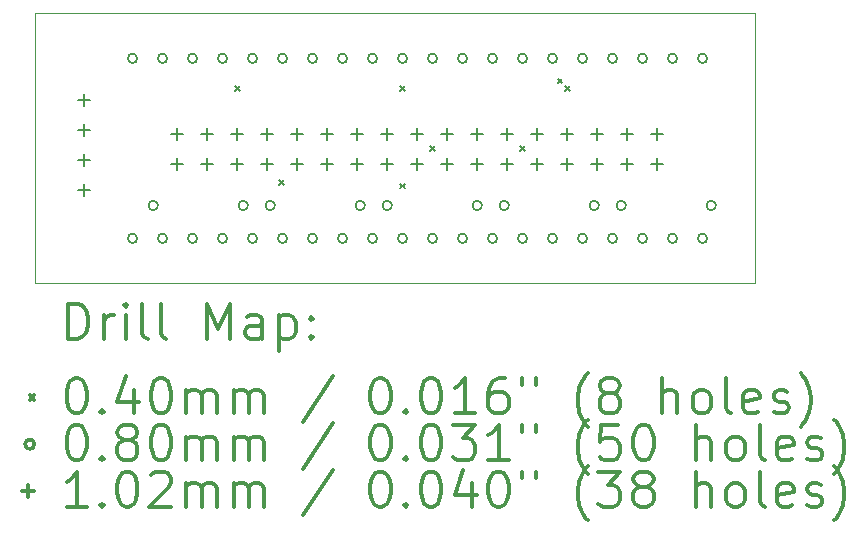
<source format=gbr>
%FSLAX45Y45*%
G04 Gerber Fmt 4.5, Leading zero omitted, Abs format (unit mm)*
G04 Created by KiCad (PCBNEW (5.1.6-0-10_14)) date 2021-01-24 10:59:00*
%MOMM*%
%LPD*%
G01*
G04 APERTURE LIST*
%TA.AperFunction,Profile*%
%ADD10C,0.100000*%
%TD*%
%ADD11C,0.200000*%
%ADD12C,0.300000*%
G04 APERTURE END LIST*
D10*
X17780000Y-9398000D02*
X11684000Y-9398000D01*
X17780000Y-11684000D02*
X17780000Y-9398000D01*
X11684000Y-11684000D02*
X17780000Y-11684000D01*
X11684000Y-9398000D02*
X11684000Y-11684000D01*
D11*
X13378500Y-10013000D02*
X13418500Y-10053000D01*
X13418500Y-10013000D02*
X13378500Y-10053000D01*
X13751880Y-10810560D02*
X13791880Y-10850560D01*
X13791880Y-10810560D02*
X13751880Y-10850560D01*
X14775500Y-10013000D02*
X14815500Y-10053000D01*
X14815500Y-10013000D02*
X14775500Y-10053000D01*
X14775500Y-10838500D02*
X14815500Y-10878500D01*
X14815500Y-10838500D02*
X14775500Y-10878500D01*
X15029500Y-10521000D02*
X15069500Y-10561000D01*
X15069500Y-10521000D02*
X15029500Y-10561000D01*
X15791500Y-10521000D02*
X15831500Y-10561000D01*
X15831500Y-10521000D02*
X15791500Y-10561000D01*
X16109000Y-9949500D02*
X16149000Y-9989500D01*
X16149000Y-9949500D02*
X16109000Y-9989500D01*
X16172500Y-10013000D02*
X16212500Y-10053000D01*
X16212500Y-10013000D02*
X16172500Y-10053000D01*
X12724760Y-11023600D02*
G75*
G03*
X12724760Y-11023600I-40000J0D01*
G01*
X13486760Y-11023600D02*
G75*
G03*
X13486760Y-11023600I-40000J0D01*
G01*
X16687160Y-11023600D02*
G75*
G03*
X16687160Y-11023600I-40000J0D01*
G01*
X17449160Y-11023600D02*
G75*
G03*
X17449160Y-11023600I-40000J0D01*
G01*
X15696560Y-11023600D02*
G75*
G03*
X15696560Y-11023600I-40000J0D01*
G01*
X16458560Y-11023600D02*
G75*
G03*
X16458560Y-11023600I-40000J0D01*
G01*
X13715360Y-11023600D02*
G75*
G03*
X13715360Y-11023600I-40000J0D01*
G01*
X14477360Y-11023600D02*
G75*
G03*
X14477360Y-11023600I-40000J0D01*
G01*
X14705960Y-11023600D02*
G75*
G03*
X14705960Y-11023600I-40000J0D01*
G01*
X15467960Y-11023600D02*
G75*
G03*
X15467960Y-11023600I-40000J0D01*
G01*
X12549500Y-9779000D02*
G75*
G03*
X12549500Y-9779000I-40000J0D01*
G01*
X12549500Y-11303000D02*
G75*
G03*
X12549500Y-11303000I-40000J0D01*
G01*
X12803500Y-9779000D02*
G75*
G03*
X12803500Y-9779000I-40000J0D01*
G01*
X12803500Y-11303000D02*
G75*
G03*
X12803500Y-11303000I-40000J0D01*
G01*
X13057500Y-9779000D02*
G75*
G03*
X13057500Y-9779000I-40000J0D01*
G01*
X13057500Y-11303000D02*
G75*
G03*
X13057500Y-11303000I-40000J0D01*
G01*
X13311500Y-9779000D02*
G75*
G03*
X13311500Y-9779000I-40000J0D01*
G01*
X13311500Y-11303000D02*
G75*
G03*
X13311500Y-11303000I-40000J0D01*
G01*
X13565500Y-9779000D02*
G75*
G03*
X13565500Y-9779000I-40000J0D01*
G01*
X13565500Y-11303000D02*
G75*
G03*
X13565500Y-11303000I-40000J0D01*
G01*
X13819500Y-9779000D02*
G75*
G03*
X13819500Y-9779000I-40000J0D01*
G01*
X13819500Y-11303000D02*
G75*
G03*
X13819500Y-11303000I-40000J0D01*
G01*
X14073500Y-9779000D02*
G75*
G03*
X14073500Y-9779000I-40000J0D01*
G01*
X14073500Y-11303000D02*
G75*
G03*
X14073500Y-11303000I-40000J0D01*
G01*
X14327500Y-9779000D02*
G75*
G03*
X14327500Y-9779000I-40000J0D01*
G01*
X14327500Y-11303000D02*
G75*
G03*
X14327500Y-11303000I-40000J0D01*
G01*
X14581500Y-9779000D02*
G75*
G03*
X14581500Y-9779000I-40000J0D01*
G01*
X14581500Y-11303000D02*
G75*
G03*
X14581500Y-11303000I-40000J0D01*
G01*
X14835500Y-9779000D02*
G75*
G03*
X14835500Y-9779000I-40000J0D01*
G01*
X14835500Y-11303000D02*
G75*
G03*
X14835500Y-11303000I-40000J0D01*
G01*
X15089500Y-9779000D02*
G75*
G03*
X15089500Y-9779000I-40000J0D01*
G01*
X15089500Y-11303000D02*
G75*
G03*
X15089500Y-11303000I-40000J0D01*
G01*
X15343500Y-9779000D02*
G75*
G03*
X15343500Y-9779000I-40000J0D01*
G01*
X15343500Y-11303000D02*
G75*
G03*
X15343500Y-11303000I-40000J0D01*
G01*
X15597500Y-9779000D02*
G75*
G03*
X15597500Y-9779000I-40000J0D01*
G01*
X15597500Y-11303000D02*
G75*
G03*
X15597500Y-11303000I-40000J0D01*
G01*
X15851500Y-9779000D02*
G75*
G03*
X15851500Y-9779000I-40000J0D01*
G01*
X15851500Y-11303000D02*
G75*
G03*
X15851500Y-11303000I-40000J0D01*
G01*
X16105500Y-9779000D02*
G75*
G03*
X16105500Y-9779000I-40000J0D01*
G01*
X16105500Y-11303000D02*
G75*
G03*
X16105500Y-11303000I-40000J0D01*
G01*
X16359500Y-9779000D02*
G75*
G03*
X16359500Y-9779000I-40000J0D01*
G01*
X16359500Y-11303000D02*
G75*
G03*
X16359500Y-11303000I-40000J0D01*
G01*
X16613500Y-9779000D02*
G75*
G03*
X16613500Y-9779000I-40000J0D01*
G01*
X16613500Y-11303000D02*
G75*
G03*
X16613500Y-11303000I-40000J0D01*
G01*
X16867500Y-9779000D02*
G75*
G03*
X16867500Y-9779000I-40000J0D01*
G01*
X16867500Y-11303000D02*
G75*
G03*
X16867500Y-11303000I-40000J0D01*
G01*
X17121500Y-9779000D02*
G75*
G03*
X17121500Y-9779000I-40000J0D01*
G01*
X17121500Y-11303000D02*
G75*
G03*
X17121500Y-11303000I-40000J0D01*
G01*
X17375500Y-9779000D02*
G75*
G03*
X17375500Y-9779000I-40000J0D01*
G01*
X17375500Y-11303000D02*
G75*
G03*
X17375500Y-11303000I-40000J0D01*
G01*
X12096750Y-10077450D02*
X12096750Y-10179050D01*
X12045950Y-10128250D02*
X12147550Y-10128250D01*
X12096750Y-10331450D02*
X12096750Y-10433050D01*
X12045950Y-10382250D02*
X12147550Y-10382250D01*
X12096750Y-10585450D02*
X12096750Y-10687050D01*
X12045950Y-10636250D02*
X12147550Y-10636250D01*
X12096750Y-10839450D02*
X12096750Y-10941050D01*
X12045950Y-10890250D02*
X12147550Y-10890250D01*
X12887400Y-10364484D02*
X12887400Y-10466084D01*
X12836600Y-10415284D02*
X12938200Y-10415284D01*
X12887400Y-10618484D02*
X12887400Y-10720084D01*
X12836600Y-10669284D02*
X12938200Y-10669284D01*
X13141400Y-10364484D02*
X13141400Y-10466084D01*
X13090600Y-10415284D02*
X13192200Y-10415284D01*
X13141400Y-10618484D02*
X13141400Y-10720084D01*
X13090600Y-10669284D02*
X13192200Y-10669284D01*
X13395400Y-10364484D02*
X13395400Y-10466084D01*
X13344600Y-10415284D02*
X13446200Y-10415284D01*
X13395400Y-10618484D02*
X13395400Y-10720084D01*
X13344600Y-10669284D02*
X13446200Y-10669284D01*
X13649400Y-10364484D02*
X13649400Y-10466084D01*
X13598600Y-10415284D02*
X13700200Y-10415284D01*
X13649400Y-10618484D02*
X13649400Y-10720084D01*
X13598600Y-10669284D02*
X13700200Y-10669284D01*
X13903400Y-10364484D02*
X13903400Y-10466084D01*
X13852600Y-10415284D02*
X13954200Y-10415284D01*
X13903400Y-10618484D02*
X13903400Y-10720084D01*
X13852600Y-10669284D02*
X13954200Y-10669284D01*
X14157400Y-10364484D02*
X14157400Y-10466084D01*
X14106600Y-10415284D02*
X14208200Y-10415284D01*
X14157400Y-10618484D02*
X14157400Y-10720084D01*
X14106600Y-10669284D02*
X14208200Y-10669284D01*
X14411400Y-10364484D02*
X14411400Y-10466084D01*
X14360600Y-10415284D02*
X14462200Y-10415284D01*
X14411400Y-10618484D02*
X14411400Y-10720084D01*
X14360600Y-10669284D02*
X14462200Y-10669284D01*
X14665400Y-10364484D02*
X14665400Y-10466084D01*
X14614600Y-10415284D02*
X14716200Y-10415284D01*
X14665400Y-10618484D02*
X14665400Y-10720084D01*
X14614600Y-10669284D02*
X14716200Y-10669284D01*
X14919400Y-10364484D02*
X14919400Y-10466084D01*
X14868600Y-10415284D02*
X14970200Y-10415284D01*
X14919400Y-10618484D02*
X14919400Y-10720084D01*
X14868600Y-10669284D02*
X14970200Y-10669284D01*
X15173400Y-10364484D02*
X15173400Y-10466084D01*
X15122600Y-10415284D02*
X15224200Y-10415284D01*
X15173400Y-10618484D02*
X15173400Y-10720084D01*
X15122600Y-10669284D02*
X15224200Y-10669284D01*
X15427400Y-10364484D02*
X15427400Y-10466084D01*
X15376600Y-10415284D02*
X15478200Y-10415284D01*
X15427400Y-10618484D02*
X15427400Y-10720084D01*
X15376600Y-10669284D02*
X15478200Y-10669284D01*
X15681400Y-10364484D02*
X15681400Y-10466084D01*
X15630600Y-10415284D02*
X15732200Y-10415284D01*
X15681400Y-10618484D02*
X15681400Y-10720084D01*
X15630600Y-10669284D02*
X15732200Y-10669284D01*
X15935400Y-10364484D02*
X15935400Y-10466084D01*
X15884600Y-10415284D02*
X15986200Y-10415284D01*
X15935400Y-10618484D02*
X15935400Y-10720084D01*
X15884600Y-10669284D02*
X15986200Y-10669284D01*
X16189400Y-10364484D02*
X16189400Y-10466084D01*
X16138600Y-10415284D02*
X16240200Y-10415284D01*
X16189400Y-10618484D02*
X16189400Y-10720084D01*
X16138600Y-10669284D02*
X16240200Y-10669284D01*
X16443400Y-10364484D02*
X16443400Y-10466084D01*
X16392600Y-10415284D02*
X16494200Y-10415284D01*
X16443400Y-10618484D02*
X16443400Y-10720084D01*
X16392600Y-10669284D02*
X16494200Y-10669284D01*
X16697400Y-10364484D02*
X16697400Y-10466084D01*
X16646600Y-10415284D02*
X16748200Y-10415284D01*
X16697400Y-10618484D02*
X16697400Y-10720084D01*
X16646600Y-10669284D02*
X16748200Y-10669284D01*
X16951400Y-10364484D02*
X16951400Y-10466084D01*
X16900600Y-10415284D02*
X17002200Y-10415284D01*
X16951400Y-10618484D02*
X16951400Y-10720084D01*
X16900600Y-10669284D02*
X17002200Y-10669284D01*
D12*
X11965428Y-12154714D02*
X11965428Y-11854714D01*
X12036857Y-11854714D01*
X12079714Y-11869000D01*
X12108286Y-11897571D01*
X12122571Y-11926143D01*
X12136857Y-11983286D01*
X12136857Y-12026143D01*
X12122571Y-12083286D01*
X12108286Y-12111857D01*
X12079714Y-12140429D01*
X12036857Y-12154714D01*
X11965428Y-12154714D01*
X12265428Y-12154714D02*
X12265428Y-11954714D01*
X12265428Y-12011857D02*
X12279714Y-11983286D01*
X12294000Y-11969000D01*
X12322571Y-11954714D01*
X12351143Y-11954714D01*
X12451143Y-12154714D02*
X12451143Y-11954714D01*
X12451143Y-11854714D02*
X12436857Y-11869000D01*
X12451143Y-11883286D01*
X12465428Y-11869000D01*
X12451143Y-11854714D01*
X12451143Y-11883286D01*
X12636857Y-12154714D02*
X12608286Y-12140429D01*
X12594000Y-12111857D01*
X12594000Y-11854714D01*
X12794000Y-12154714D02*
X12765428Y-12140429D01*
X12751143Y-12111857D01*
X12751143Y-11854714D01*
X13136857Y-12154714D02*
X13136857Y-11854714D01*
X13236857Y-12069000D01*
X13336857Y-11854714D01*
X13336857Y-12154714D01*
X13608286Y-12154714D02*
X13608286Y-11997571D01*
X13594000Y-11969000D01*
X13565428Y-11954714D01*
X13508286Y-11954714D01*
X13479714Y-11969000D01*
X13608286Y-12140429D02*
X13579714Y-12154714D01*
X13508286Y-12154714D01*
X13479714Y-12140429D01*
X13465428Y-12111857D01*
X13465428Y-12083286D01*
X13479714Y-12054714D01*
X13508286Y-12040429D01*
X13579714Y-12040429D01*
X13608286Y-12026143D01*
X13751143Y-11954714D02*
X13751143Y-12254714D01*
X13751143Y-11969000D02*
X13779714Y-11954714D01*
X13836857Y-11954714D01*
X13865428Y-11969000D01*
X13879714Y-11983286D01*
X13894000Y-12011857D01*
X13894000Y-12097571D01*
X13879714Y-12126143D01*
X13865428Y-12140429D01*
X13836857Y-12154714D01*
X13779714Y-12154714D01*
X13751143Y-12140429D01*
X14022571Y-12126143D02*
X14036857Y-12140429D01*
X14022571Y-12154714D01*
X14008286Y-12140429D01*
X14022571Y-12126143D01*
X14022571Y-12154714D01*
X14022571Y-11969000D02*
X14036857Y-11983286D01*
X14022571Y-11997571D01*
X14008286Y-11983286D01*
X14022571Y-11969000D01*
X14022571Y-11997571D01*
X11639000Y-12629000D02*
X11679000Y-12669000D01*
X11679000Y-12629000D02*
X11639000Y-12669000D01*
X12022571Y-12484714D02*
X12051143Y-12484714D01*
X12079714Y-12499000D01*
X12094000Y-12513286D01*
X12108286Y-12541857D01*
X12122571Y-12599000D01*
X12122571Y-12670429D01*
X12108286Y-12727571D01*
X12094000Y-12756143D01*
X12079714Y-12770429D01*
X12051143Y-12784714D01*
X12022571Y-12784714D01*
X11994000Y-12770429D01*
X11979714Y-12756143D01*
X11965428Y-12727571D01*
X11951143Y-12670429D01*
X11951143Y-12599000D01*
X11965428Y-12541857D01*
X11979714Y-12513286D01*
X11994000Y-12499000D01*
X12022571Y-12484714D01*
X12251143Y-12756143D02*
X12265428Y-12770429D01*
X12251143Y-12784714D01*
X12236857Y-12770429D01*
X12251143Y-12756143D01*
X12251143Y-12784714D01*
X12522571Y-12584714D02*
X12522571Y-12784714D01*
X12451143Y-12470429D02*
X12379714Y-12684714D01*
X12565428Y-12684714D01*
X12736857Y-12484714D02*
X12765428Y-12484714D01*
X12794000Y-12499000D01*
X12808286Y-12513286D01*
X12822571Y-12541857D01*
X12836857Y-12599000D01*
X12836857Y-12670429D01*
X12822571Y-12727571D01*
X12808286Y-12756143D01*
X12794000Y-12770429D01*
X12765428Y-12784714D01*
X12736857Y-12784714D01*
X12708286Y-12770429D01*
X12694000Y-12756143D01*
X12679714Y-12727571D01*
X12665428Y-12670429D01*
X12665428Y-12599000D01*
X12679714Y-12541857D01*
X12694000Y-12513286D01*
X12708286Y-12499000D01*
X12736857Y-12484714D01*
X12965428Y-12784714D02*
X12965428Y-12584714D01*
X12965428Y-12613286D02*
X12979714Y-12599000D01*
X13008286Y-12584714D01*
X13051143Y-12584714D01*
X13079714Y-12599000D01*
X13094000Y-12627571D01*
X13094000Y-12784714D01*
X13094000Y-12627571D02*
X13108286Y-12599000D01*
X13136857Y-12584714D01*
X13179714Y-12584714D01*
X13208286Y-12599000D01*
X13222571Y-12627571D01*
X13222571Y-12784714D01*
X13365428Y-12784714D02*
X13365428Y-12584714D01*
X13365428Y-12613286D02*
X13379714Y-12599000D01*
X13408286Y-12584714D01*
X13451143Y-12584714D01*
X13479714Y-12599000D01*
X13494000Y-12627571D01*
X13494000Y-12784714D01*
X13494000Y-12627571D02*
X13508286Y-12599000D01*
X13536857Y-12584714D01*
X13579714Y-12584714D01*
X13608286Y-12599000D01*
X13622571Y-12627571D01*
X13622571Y-12784714D01*
X14208286Y-12470429D02*
X13951143Y-12856143D01*
X14594000Y-12484714D02*
X14622571Y-12484714D01*
X14651143Y-12499000D01*
X14665428Y-12513286D01*
X14679714Y-12541857D01*
X14694000Y-12599000D01*
X14694000Y-12670429D01*
X14679714Y-12727571D01*
X14665428Y-12756143D01*
X14651143Y-12770429D01*
X14622571Y-12784714D01*
X14594000Y-12784714D01*
X14565428Y-12770429D01*
X14551143Y-12756143D01*
X14536857Y-12727571D01*
X14522571Y-12670429D01*
X14522571Y-12599000D01*
X14536857Y-12541857D01*
X14551143Y-12513286D01*
X14565428Y-12499000D01*
X14594000Y-12484714D01*
X14822571Y-12756143D02*
X14836857Y-12770429D01*
X14822571Y-12784714D01*
X14808286Y-12770429D01*
X14822571Y-12756143D01*
X14822571Y-12784714D01*
X15022571Y-12484714D02*
X15051143Y-12484714D01*
X15079714Y-12499000D01*
X15094000Y-12513286D01*
X15108286Y-12541857D01*
X15122571Y-12599000D01*
X15122571Y-12670429D01*
X15108286Y-12727571D01*
X15094000Y-12756143D01*
X15079714Y-12770429D01*
X15051143Y-12784714D01*
X15022571Y-12784714D01*
X14994000Y-12770429D01*
X14979714Y-12756143D01*
X14965428Y-12727571D01*
X14951143Y-12670429D01*
X14951143Y-12599000D01*
X14965428Y-12541857D01*
X14979714Y-12513286D01*
X14994000Y-12499000D01*
X15022571Y-12484714D01*
X15408286Y-12784714D02*
X15236857Y-12784714D01*
X15322571Y-12784714D02*
X15322571Y-12484714D01*
X15294000Y-12527571D01*
X15265428Y-12556143D01*
X15236857Y-12570429D01*
X15665428Y-12484714D02*
X15608286Y-12484714D01*
X15579714Y-12499000D01*
X15565428Y-12513286D01*
X15536857Y-12556143D01*
X15522571Y-12613286D01*
X15522571Y-12727571D01*
X15536857Y-12756143D01*
X15551143Y-12770429D01*
X15579714Y-12784714D01*
X15636857Y-12784714D01*
X15665428Y-12770429D01*
X15679714Y-12756143D01*
X15694000Y-12727571D01*
X15694000Y-12656143D01*
X15679714Y-12627571D01*
X15665428Y-12613286D01*
X15636857Y-12599000D01*
X15579714Y-12599000D01*
X15551143Y-12613286D01*
X15536857Y-12627571D01*
X15522571Y-12656143D01*
X15808286Y-12484714D02*
X15808286Y-12541857D01*
X15922571Y-12484714D02*
X15922571Y-12541857D01*
X16365428Y-12899000D02*
X16351143Y-12884714D01*
X16322571Y-12841857D01*
X16308286Y-12813286D01*
X16294000Y-12770429D01*
X16279714Y-12699000D01*
X16279714Y-12641857D01*
X16294000Y-12570429D01*
X16308286Y-12527571D01*
X16322571Y-12499000D01*
X16351143Y-12456143D01*
X16365428Y-12441857D01*
X16522571Y-12613286D02*
X16494000Y-12599000D01*
X16479714Y-12584714D01*
X16465428Y-12556143D01*
X16465428Y-12541857D01*
X16479714Y-12513286D01*
X16494000Y-12499000D01*
X16522571Y-12484714D01*
X16579714Y-12484714D01*
X16608286Y-12499000D01*
X16622571Y-12513286D01*
X16636857Y-12541857D01*
X16636857Y-12556143D01*
X16622571Y-12584714D01*
X16608286Y-12599000D01*
X16579714Y-12613286D01*
X16522571Y-12613286D01*
X16494000Y-12627571D01*
X16479714Y-12641857D01*
X16465428Y-12670429D01*
X16465428Y-12727571D01*
X16479714Y-12756143D01*
X16494000Y-12770429D01*
X16522571Y-12784714D01*
X16579714Y-12784714D01*
X16608286Y-12770429D01*
X16622571Y-12756143D01*
X16636857Y-12727571D01*
X16636857Y-12670429D01*
X16622571Y-12641857D01*
X16608286Y-12627571D01*
X16579714Y-12613286D01*
X16994000Y-12784714D02*
X16994000Y-12484714D01*
X17122571Y-12784714D02*
X17122571Y-12627571D01*
X17108286Y-12599000D01*
X17079714Y-12584714D01*
X17036857Y-12584714D01*
X17008286Y-12599000D01*
X16994000Y-12613286D01*
X17308286Y-12784714D02*
X17279714Y-12770429D01*
X17265428Y-12756143D01*
X17251143Y-12727571D01*
X17251143Y-12641857D01*
X17265428Y-12613286D01*
X17279714Y-12599000D01*
X17308286Y-12584714D01*
X17351143Y-12584714D01*
X17379714Y-12599000D01*
X17394000Y-12613286D01*
X17408286Y-12641857D01*
X17408286Y-12727571D01*
X17394000Y-12756143D01*
X17379714Y-12770429D01*
X17351143Y-12784714D01*
X17308286Y-12784714D01*
X17579714Y-12784714D02*
X17551143Y-12770429D01*
X17536857Y-12741857D01*
X17536857Y-12484714D01*
X17808286Y-12770429D02*
X17779714Y-12784714D01*
X17722571Y-12784714D01*
X17694000Y-12770429D01*
X17679714Y-12741857D01*
X17679714Y-12627571D01*
X17694000Y-12599000D01*
X17722571Y-12584714D01*
X17779714Y-12584714D01*
X17808286Y-12599000D01*
X17822571Y-12627571D01*
X17822571Y-12656143D01*
X17679714Y-12684714D01*
X17936857Y-12770429D02*
X17965428Y-12784714D01*
X18022571Y-12784714D01*
X18051143Y-12770429D01*
X18065428Y-12741857D01*
X18065428Y-12727571D01*
X18051143Y-12699000D01*
X18022571Y-12684714D01*
X17979714Y-12684714D01*
X17951143Y-12670429D01*
X17936857Y-12641857D01*
X17936857Y-12627571D01*
X17951143Y-12599000D01*
X17979714Y-12584714D01*
X18022571Y-12584714D01*
X18051143Y-12599000D01*
X18165428Y-12899000D02*
X18179714Y-12884714D01*
X18208286Y-12841857D01*
X18222571Y-12813286D01*
X18236857Y-12770429D01*
X18251143Y-12699000D01*
X18251143Y-12641857D01*
X18236857Y-12570429D01*
X18222571Y-12527571D01*
X18208286Y-12499000D01*
X18179714Y-12456143D01*
X18165428Y-12441857D01*
X11679000Y-13045000D02*
G75*
G03*
X11679000Y-13045000I-40000J0D01*
G01*
X12022571Y-12880714D02*
X12051143Y-12880714D01*
X12079714Y-12895000D01*
X12094000Y-12909286D01*
X12108286Y-12937857D01*
X12122571Y-12995000D01*
X12122571Y-13066429D01*
X12108286Y-13123571D01*
X12094000Y-13152143D01*
X12079714Y-13166429D01*
X12051143Y-13180714D01*
X12022571Y-13180714D01*
X11994000Y-13166429D01*
X11979714Y-13152143D01*
X11965428Y-13123571D01*
X11951143Y-13066429D01*
X11951143Y-12995000D01*
X11965428Y-12937857D01*
X11979714Y-12909286D01*
X11994000Y-12895000D01*
X12022571Y-12880714D01*
X12251143Y-13152143D02*
X12265428Y-13166429D01*
X12251143Y-13180714D01*
X12236857Y-13166429D01*
X12251143Y-13152143D01*
X12251143Y-13180714D01*
X12436857Y-13009286D02*
X12408286Y-12995000D01*
X12394000Y-12980714D01*
X12379714Y-12952143D01*
X12379714Y-12937857D01*
X12394000Y-12909286D01*
X12408286Y-12895000D01*
X12436857Y-12880714D01*
X12494000Y-12880714D01*
X12522571Y-12895000D01*
X12536857Y-12909286D01*
X12551143Y-12937857D01*
X12551143Y-12952143D01*
X12536857Y-12980714D01*
X12522571Y-12995000D01*
X12494000Y-13009286D01*
X12436857Y-13009286D01*
X12408286Y-13023571D01*
X12394000Y-13037857D01*
X12379714Y-13066429D01*
X12379714Y-13123571D01*
X12394000Y-13152143D01*
X12408286Y-13166429D01*
X12436857Y-13180714D01*
X12494000Y-13180714D01*
X12522571Y-13166429D01*
X12536857Y-13152143D01*
X12551143Y-13123571D01*
X12551143Y-13066429D01*
X12536857Y-13037857D01*
X12522571Y-13023571D01*
X12494000Y-13009286D01*
X12736857Y-12880714D02*
X12765428Y-12880714D01*
X12794000Y-12895000D01*
X12808286Y-12909286D01*
X12822571Y-12937857D01*
X12836857Y-12995000D01*
X12836857Y-13066429D01*
X12822571Y-13123571D01*
X12808286Y-13152143D01*
X12794000Y-13166429D01*
X12765428Y-13180714D01*
X12736857Y-13180714D01*
X12708286Y-13166429D01*
X12694000Y-13152143D01*
X12679714Y-13123571D01*
X12665428Y-13066429D01*
X12665428Y-12995000D01*
X12679714Y-12937857D01*
X12694000Y-12909286D01*
X12708286Y-12895000D01*
X12736857Y-12880714D01*
X12965428Y-13180714D02*
X12965428Y-12980714D01*
X12965428Y-13009286D02*
X12979714Y-12995000D01*
X13008286Y-12980714D01*
X13051143Y-12980714D01*
X13079714Y-12995000D01*
X13094000Y-13023571D01*
X13094000Y-13180714D01*
X13094000Y-13023571D02*
X13108286Y-12995000D01*
X13136857Y-12980714D01*
X13179714Y-12980714D01*
X13208286Y-12995000D01*
X13222571Y-13023571D01*
X13222571Y-13180714D01*
X13365428Y-13180714D02*
X13365428Y-12980714D01*
X13365428Y-13009286D02*
X13379714Y-12995000D01*
X13408286Y-12980714D01*
X13451143Y-12980714D01*
X13479714Y-12995000D01*
X13494000Y-13023571D01*
X13494000Y-13180714D01*
X13494000Y-13023571D02*
X13508286Y-12995000D01*
X13536857Y-12980714D01*
X13579714Y-12980714D01*
X13608286Y-12995000D01*
X13622571Y-13023571D01*
X13622571Y-13180714D01*
X14208286Y-12866429D02*
X13951143Y-13252143D01*
X14594000Y-12880714D02*
X14622571Y-12880714D01*
X14651143Y-12895000D01*
X14665428Y-12909286D01*
X14679714Y-12937857D01*
X14694000Y-12995000D01*
X14694000Y-13066429D01*
X14679714Y-13123571D01*
X14665428Y-13152143D01*
X14651143Y-13166429D01*
X14622571Y-13180714D01*
X14594000Y-13180714D01*
X14565428Y-13166429D01*
X14551143Y-13152143D01*
X14536857Y-13123571D01*
X14522571Y-13066429D01*
X14522571Y-12995000D01*
X14536857Y-12937857D01*
X14551143Y-12909286D01*
X14565428Y-12895000D01*
X14594000Y-12880714D01*
X14822571Y-13152143D02*
X14836857Y-13166429D01*
X14822571Y-13180714D01*
X14808286Y-13166429D01*
X14822571Y-13152143D01*
X14822571Y-13180714D01*
X15022571Y-12880714D02*
X15051143Y-12880714D01*
X15079714Y-12895000D01*
X15094000Y-12909286D01*
X15108286Y-12937857D01*
X15122571Y-12995000D01*
X15122571Y-13066429D01*
X15108286Y-13123571D01*
X15094000Y-13152143D01*
X15079714Y-13166429D01*
X15051143Y-13180714D01*
X15022571Y-13180714D01*
X14994000Y-13166429D01*
X14979714Y-13152143D01*
X14965428Y-13123571D01*
X14951143Y-13066429D01*
X14951143Y-12995000D01*
X14965428Y-12937857D01*
X14979714Y-12909286D01*
X14994000Y-12895000D01*
X15022571Y-12880714D01*
X15222571Y-12880714D02*
X15408286Y-12880714D01*
X15308286Y-12995000D01*
X15351143Y-12995000D01*
X15379714Y-13009286D01*
X15394000Y-13023571D01*
X15408286Y-13052143D01*
X15408286Y-13123571D01*
X15394000Y-13152143D01*
X15379714Y-13166429D01*
X15351143Y-13180714D01*
X15265428Y-13180714D01*
X15236857Y-13166429D01*
X15222571Y-13152143D01*
X15694000Y-13180714D02*
X15522571Y-13180714D01*
X15608286Y-13180714D02*
X15608286Y-12880714D01*
X15579714Y-12923571D01*
X15551143Y-12952143D01*
X15522571Y-12966429D01*
X15808286Y-12880714D02*
X15808286Y-12937857D01*
X15922571Y-12880714D02*
X15922571Y-12937857D01*
X16365428Y-13295000D02*
X16351143Y-13280714D01*
X16322571Y-13237857D01*
X16308286Y-13209286D01*
X16294000Y-13166429D01*
X16279714Y-13095000D01*
X16279714Y-13037857D01*
X16294000Y-12966429D01*
X16308286Y-12923571D01*
X16322571Y-12895000D01*
X16351143Y-12852143D01*
X16365428Y-12837857D01*
X16622571Y-12880714D02*
X16479714Y-12880714D01*
X16465428Y-13023571D01*
X16479714Y-13009286D01*
X16508286Y-12995000D01*
X16579714Y-12995000D01*
X16608286Y-13009286D01*
X16622571Y-13023571D01*
X16636857Y-13052143D01*
X16636857Y-13123571D01*
X16622571Y-13152143D01*
X16608286Y-13166429D01*
X16579714Y-13180714D01*
X16508286Y-13180714D01*
X16479714Y-13166429D01*
X16465428Y-13152143D01*
X16822571Y-12880714D02*
X16851143Y-12880714D01*
X16879714Y-12895000D01*
X16894000Y-12909286D01*
X16908286Y-12937857D01*
X16922571Y-12995000D01*
X16922571Y-13066429D01*
X16908286Y-13123571D01*
X16894000Y-13152143D01*
X16879714Y-13166429D01*
X16851143Y-13180714D01*
X16822571Y-13180714D01*
X16794000Y-13166429D01*
X16779714Y-13152143D01*
X16765428Y-13123571D01*
X16751143Y-13066429D01*
X16751143Y-12995000D01*
X16765428Y-12937857D01*
X16779714Y-12909286D01*
X16794000Y-12895000D01*
X16822571Y-12880714D01*
X17279714Y-13180714D02*
X17279714Y-12880714D01*
X17408286Y-13180714D02*
X17408286Y-13023571D01*
X17394000Y-12995000D01*
X17365428Y-12980714D01*
X17322571Y-12980714D01*
X17294000Y-12995000D01*
X17279714Y-13009286D01*
X17594000Y-13180714D02*
X17565428Y-13166429D01*
X17551143Y-13152143D01*
X17536857Y-13123571D01*
X17536857Y-13037857D01*
X17551143Y-13009286D01*
X17565428Y-12995000D01*
X17594000Y-12980714D01*
X17636857Y-12980714D01*
X17665428Y-12995000D01*
X17679714Y-13009286D01*
X17694000Y-13037857D01*
X17694000Y-13123571D01*
X17679714Y-13152143D01*
X17665428Y-13166429D01*
X17636857Y-13180714D01*
X17594000Y-13180714D01*
X17865428Y-13180714D02*
X17836857Y-13166429D01*
X17822571Y-13137857D01*
X17822571Y-12880714D01*
X18094000Y-13166429D02*
X18065428Y-13180714D01*
X18008286Y-13180714D01*
X17979714Y-13166429D01*
X17965428Y-13137857D01*
X17965428Y-13023571D01*
X17979714Y-12995000D01*
X18008286Y-12980714D01*
X18065428Y-12980714D01*
X18094000Y-12995000D01*
X18108286Y-13023571D01*
X18108286Y-13052143D01*
X17965428Y-13080714D01*
X18222571Y-13166429D02*
X18251143Y-13180714D01*
X18308286Y-13180714D01*
X18336857Y-13166429D01*
X18351143Y-13137857D01*
X18351143Y-13123571D01*
X18336857Y-13095000D01*
X18308286Y-13080714D01*
X18265428Y-13080714D01*
X18236857Y-13066429D01*
X18222571Y-13037857D01*
X18222571Y-13023571D01*
X18236857Y-12995000D01*
X18265428Y-12980714D01*
X18308286Y-12980714D01*
X18336857Y-12995000D01*
X18451143Y-13295000D02*
X18465428Y-13280714D01*
X18494000Y-13237857D01*
X18508286Y-13209286D01*
X18522571Y-13166429D01*
X18536857Y-13095000D01*
X18536857Y-13037857D01*
X18522571Y-12966429D01*
X18508286Y-12923571D01*
X18494000Y-12895000D01*
X18465428Y-12852143D01*
X18451143Y-12837857D01*
X11628200Y-13390200D02*
X11628200Y-13491800D01*
X11577400Y-13441000D02*
X11679000Y-13441000D01*
X12122571Y-13576714D02*
X11951143Y-13576714D01*
X12036857Y-13576714D02*
X12036857Y-13276714D01*
X12008286Y-13319571D01*
X11979714Y-13348143D01*
X11951143Y-13362429D01*
X12251143Y-13548143D02*
X12265428Y-13562429D01*
X12251143Y-13576714D01*
X12236857Y-13562429D01*
X12251143Y-13548143D01*
X12251143Y-13576714D01*
X12451143Y-13276714D02*
X12479714Y-13276714D01*
X12508286Y-13291000D01*
X12522571Y-13305286D01*
X12536857Y-13333857D01*
X12551143Y-13391000D01*
X12551143Y-13462429D01*
X12536857Y-13519571D01*
X12522571Y-13548143D01*
X12508286Y-13562429D01*
X12479714Y-13576714D01*
X12451143Y-13576714D01*
X12422571Y-13562429D01*
X12408286Y-13548143D01*
X12394000Y-13519571D01*
X12379714Y-13462429D01*
X12379714Y-13391000D01*
X12394000Y-13333857D01*
X12408286Y-13305286D01*
X12422571Y-13291000D01*
X12451143Y-13276714D01*
X12665428Y-13305286D02*
X12679714Y-13291000D01*
X12708286Y-13276714D01*
X12779714Y-13276714D01*
X12808286Y-13291000D01*
X12822571Y-13305286D01*
X12836857Y-13333857D01*
X12836857Y-13362429D01*
X12822571Y-13405286D01*
X12651143Y-13576714D01*
X12836857Y-13576714D01*
X12965428Y-13576714D02*
X12965428Y-13376714D01*
X12965428Y-13405286D02*
X12979714Y-13391000D01*
X13008286Y-13376714D01*
X13051143Y-13376714D01*
X13079714Y-13391000D01*
X13094000Y-13419571D01*
X13094000Y-13576714D01*
X13094000Y-13419571D02*
X13108286Y-13391000D01*
X13136857Y-13376714D01*
X13179714Y-13376714D01*
X13208286Y-13391000D01*
X13222571Y-13419571D01*
X13222571Y-13576714D01*
X13365428Y-13576714D02*
X13365428Y-13376714D01*
X13365428Y-13405286D02*
X13379714Y-13391000D01*
X13408286Y-13376714D01*
X13451143Y-13376714D01*
X13479714Y-13391000D01*
X13494000Y-13419571D01*
X13494000Y-13576714D01*
X13494000Y-13419571D02*
X13508286Y-13391000D01*
X13536857Y-13376714D01*
X13579714Y-13376714D01*
X13608286Y-13391000D01*
X13622571Y-13419571D01*
X13622571Y-13576714D01*
X14208286Y-13262429D02*
X13951143Y-13648143D01*
X14594000Y-13276714D02*
X14622571Y-13276714D01*
X14651143Y-13291000D01*
X14665428Y-13305286D01*
X14679714Y-13333857D01*
X14694000Y-13391000D01*
X14694000Y-13462429D01*
X14679714Y-13519571D01*
X14665428Y-13548143D01*
X14651143Y-13562429D01*
X14622571Y-13576714D01*
X14594000Y-13576714D01*
X14565428Y-13562429D01*
X14551143Y-13548143D01*
X14536857Y-13519571D01*
X14522571Y-13462429D01*
X14522571Y-13391000D01*
X14536857Y-13333857D01*
X14551143Y-13305286D01*
X14565428Y-13291000D01*
X14594000Y-13276714D01*
X14822571Y-13548143D02*
X14836857Y-13562429D01*
X14822571Y-13576714D01*
X14808286Y-13562429D01*
X14822571Y-13548143D01*
X14822571Y-13576714D01*
X15022571Y-13276714D02*
X15051143Y-13276714D01*
X15079714Y-13291000D01*
X15094000Y-13305286D01*
X15108286Y-13333857D01*
X15122571Y-13391000D01*
X15122571Y-13462429D01*
X15108286Y-13519571D01*
X15094000Y-13548143D01*
X15079714Y-13562429D01*
X15051143Y-13576714D01*
X15022571Y-13576714D01*
X14994000Y-13562429D01*
X14979714Y-13548143D01*
X14965428Y-13519571D01*
X14951143Y-13462429D01*
X14951143Y-13391000D01*
X14965428Y-13333857D01*
X14979714Y-13305286D01*
X14994000Y-13291000D01*
X15022571Y-13276714D01*
X15379714Y-13376714D02*
X15379714Y-13576714D01*
X15308286Y-13262429D02*
X15236857Y-13476714D01*
X15422571Y-13476714D01*
X15594000Y-13276714D02*
X15622571Y-13276714D01*
X15651143Y-13291000D01*
X15665428Y-13305286D01*
X15679714Y-13333857D01*
X15694000Y-13391000D01*
X15694000Y-13462429D01*
X15679714Y-13519571D01*
X15665428Y-13548143D01*
X15651143Y-13562429D01*
X15622571Y-13576714D01*
X15594000Y-13576714D01*
X15565428Y-13562429D01*
X15551143Y-13548143D01*
X15536857Y-13519571D01*
X15522571Y-13462429D01*
X15522571Y-13391000D01*
X15536857Y-13333857D01*
X15551143Y-13305286D01*
X15565428Y-13291000D01*
X15594000Y-13276714D01*
X15808286Y-13276714D02*
X15808286Y-13333857D01*
X15922571Y-13276714D02*
X15922571Y-13333857D01*
X16365428Y-13691000D02*
X16351143Y-13676714D01*
X16322571Y-13633857D01*
X16308286Y-13605286D01*
X16294000Y-13562429D01*
X16279714Y-13491000D01*
X16279714Y-13433857D01*
X16294000Y-13362429D01*
X16308286Y-13319571D01*
X16322571Y-13291000D01*
X16351143Y-13248143D01*
X16365428Y-13233857D01*
X16451143Y-13276714D02*
X16636857Y-13276714D01*
X16536857Y-13391000D01*
X16579714Y-13391000D01*
X16608286Y-13405286D01*
X16622571Y-13419571D01*
X16636857Y-13448143D01*
X16636857Y-13519571D01*
X16622571Y-13548143D01*
X16608286Y-13562429D01*
X16579714Y-13576714D01*
X16494000Y-13576714D01*
X16465428Y-13562429D01*
X16451143Y-13548143D01*
X16808286Y-13405286D02*
X16779714Y-13391000D01*
X16765428Y-13376714D01*
X16751143Y-13348143D01*
X16751143Y-13333857D01*
X16765428Y-13305286D01*
X16779714Y-13291000D01*
X16808286Y-13276714D01*
X16865428Y-13276714D01*
X16894000Y-13291000D01*
X16908286Y-13305286D01*
X16922571Y-13333857D01*
X16922571Y-13348143D01*
X16908286Y-13376714D01*
X16894000Y-13391000D01*
X16865428Y-13405286D01*
X16808286Y-13405286D01*
X16779714Y-13419571D01*
X16765428Y-13433857D01*
X16751143Y-13462429D01*
X16751143Y-13519571D01*
X16765428Y-13548143D01*
X16779714Y-13562429D01*
X16808286Y-13576714D01*
X16865428Y-13576714D01*
X16894000Y-13562429D01*
X16908286Y-13548143D01*
X16922571Y-13519571D01*
X16922571Y-13462429D01*
X16908286Y-13433857D01*
X16894000Y-13419571D01*
X16865428Y-13405286D01*
X17279714Y-13576714D02*
X17279714Y-13276714D01*
X17408286Y-13576714D02*
X17408286Y-13419571D01*
X17394000Y-13391000D01*
X17365428Y-13376714D01*
X17322571Y-13376714D01*
X17294000Y-13391000D01*
X17279714Y-13405286D01*
X17594000Y-13576714D02*
X17565428Y-13562429D01*
X17551143Y-13548143D01*
X17536857Y-13519571D01*
X17536857Y-13433857D01*
X17551143Y-13405286D01*
X17565428Y-13391000D01*
X17594000Y-13376714D01*
X17636857Y-13376714D01*
X17665428Y-13391000D01*
X17679714Y-13405286D01*
X17694000Y-13433857D01*
X17694000Y-13519571D01*
X17679714Y-13548143D01*
X17665428Y-13562429D01*
X17636857Y-13576714D01*
X17594000Y-13576714D01*
X17865428Y-13576714D02*
X17836857Y-13562429D01*
X17822571Y-13533857D01*
X17822571Y-13276714D01*
X18094000Y-13562429D02*
X18065428Y-13576714D01*
X18008286Y-13576714D01*
X17979714Y-13562429D01*
X17965428Y-13533857D01*
X17965428Y-13419571D01*
X17979714Y-13391000D01*
X18008286Y-13376714D01*
X18065428Y-13376714D01*
X18094000Y-13391000D01*
X18108286Y-13419571D01*
X18108286Y-13448143D01*
X17965428Y-13476714D01*
X18222571Y-13562429D02*
X18251143Y-13576714D01*
X18308286Y-13576714D01*
X18336857Y-13562429D01*
X18351143Y-13533857D01*
X18351143Y-13519571D01*
X18336857Y-13491000D01*
X18308286Y-13476714D01*
X18265428Y-13476714D01*
X18236857Y-13462429D01*
X18222571Y-13433857D01*
X18222571Y-13419571D01*
X18236857Y-13391000D01*
X18265428Y-13376714D01*
X18308286Y-13376714D01*
X18336857Y-13391000D01*
X18451143Y-13691000D02*
X18465428Y-13676714D01*
X18494000Y-13633857D01*
X18508286Y-13605286D01*
X18522571Y-13562429D01*
X18536857Y-13491000D01*
X18536857Y-13433857D01*
X18522571Y-13362429D01*
X18508286Y-13319571D01*
X18494000Y-13291000D01*
X18465428Y-13248143D01*
X18451143Y-13233857D01*
M02*

</source>
